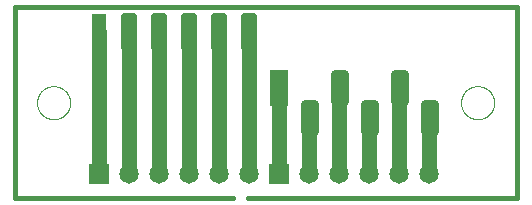
<source format=gtl>
G75*
%MOIN*%
%OFA0B0*%
%FSLAX25Y25*%
%IPPOS*%
%LPD*%
%AMOC8*
5,1,8,0,0,1.08239X$1,22.5*
%
%ADD10C,0.01600*%
%ADD11C,0.00000*%
%ADD12R,0.05000X0.12480*%
%ADD13C,0.02500*%
%ADD14R,0.06500X0.06500*%
%ADD15C,0.06500*%
%ADD16C,0.03000*%
%ADD17R,0.06000X0.12000*%
%ADD18C,0.05000*%
D10*
X0001800Y0033343D02*
X0074300Y0033343D01*
X0079550Y0033343D02*
X0169050Y0033343D01*
X0169050Y0096843D01*
X0001800Y0096843D01*
X0001800Y0033343D01*
D11*
X0009117Y0065000D02*
X0009119Y0065148D01*
X0009125Y0065296D01*
X0009135Y0065444D01*
X0009149Y0065591D01*
X0009167Y0065738D01*
X0009188Y0065884D01*
X0009214Y0066030D01*
X0009244Y0066175D01*
X0009277Y0066319D01*
X0009315Y0066462D01*
X0009356Y0066604D01*
X0009401Y0066745D01*
X0009449Y0066885D01*
X0009502Y0067024D01*
X0009558Y0067161D01*
X0009618Y0067296D01*
X0009681Y0067430D01*
X0009748Y0067562D01*
X0009819Y0067692D01*
X0009893Y0067820D01*
X0009970Y0067946D01*
X0010051Y0068070D01*
X0010135Y0068192D01*
X0010222Y0068311D01*
X0010313Y0068428D01*
X0010407Y0068543D01*
X0010503Y0068655D01*
X0010603Y0068765D01*
X0010705Y0068871D01*
X0010811Y0068975D01*
X0010919Y0069076D01*
X0011030Y0069174D01*
X0011143Y0069270D01*
X0011259Y0069362D01*
X0011377Y0069451D01*
X0011498Y0069536D01*
X0011621Y0069619D01*
X0011746Y0069698D01*
X0011873Y0069774D01*
X0012002Y0069846D01*
X0012133Y0069915D01*
X0012266Y0069980D01*
X0012401Y0070041D01*
X0012537Y0070099D01*
X0012674Y0070154D01*
X0012813Y0070204D01*
X0012954Y0070251D01*
X0013095Y0070294D01*
X0013238Y0070334D01*
X0013382Y0070369D01*
X0013526Y0070401D01*
X0013672Y0070428D01*
X0013818Y0070452D01*
X0013965Y0070472D01*
X0014112Y0070488D01*
X0014259Y0070500D01*
X0014407Y0070508D01*
X0014555Y0070512D01*
X0014703Y0070512D01*
X0014851Y0070508D01*
X0014999Y0070500D01*
X0015146Y0070488D01*
X0015293Y0070472D01*
X0015440Y0070452D01*
X0015586Y0070428D01*
X0015732Y0070401D01*
X0015876Y0070369D01*
X0016020Y0070334D01*
X0016163Y0070294D01*
X0016304Y0070251D01*
X0016445Y0070204D01*
X0016584Y0070154D01*
X0016721Y0070099D01*
X0016857Y0070041D01*
X0016992Y0069980D01*
X0017125Y0069915D01*
X0017256Y0069846D01*
X0017385Y0069774D01*
X0017512Y0069698D01*
X0017637Y0069619D01*
X0017760Y0069536D01*
X0017881Y0069451D01*
X0017999Y0069362D01*
X0018115Y0069270D01*
X0018228Y0069174D01*
X0018339Y0069076D01*
X0018447Y0068975D01*
X0018553Y0068871D01*
X0018655Y0068765D01*
X0018755Y0068655D01*
X0018851Y0068543D01*
X0018945Y0068428D01*
X0019036Y0068311D01*
X0019123Y0068192D01*
X0019207Y0068070D01*
X0019288Y0067946D01*
X0019365Y0067820D01*
X0019439Y0067692D01*
X0019510Y0067562D01*
X0019577Y0067430D01*
X0019640Y0067296D01*
X0019700Y0067161D01*
X0019756Y0067024D01*
X0019809Y0066885D01*
X0019857Y0066745D01*
X0019902Y0066604D01*
X0019943Y0066462D01*
X0019981Y0066319D01*
X0020014Y0066175D01*
X0020044Y0066030D01*
X0020070Y0065884D01*
X0020091Y0065738D01*
X0020109Y0065591D01*
X0020123Y0065444D01*
X0020133Y0065296D01*
X0020139Y0065148D01*
X0020141Y0065000D01*
X0020139Y0064852D01*
X0020133Y0064704D01*
X0020123Y0064556D01*
X0020109Y0064409D01*
X0020091Y0064262D01*
X0020070Y0064116D01*
X0020044Y0063970D01*
X0020014Y0063825D01*
X0019981Y0063681D01*
X0019943Y0063538D01*
X0019902Y0063396D01*
X0019857Y0063255D01*
X0019809Y0063115D01*
X0019756Y0062976D01*
X0019700Y0062839D01*
X0019640Y0062704D01*
X0019577Y0062570D01*
X0019510Y0062438D01*
X0019439Y0062308D01*
X0019365Y0062180D01*
X0019288Y0062054D01*
X0019207Y0061930D01*
X0019123Y0061808D01*
X0019036Y0061689D01*
X0018945Y0061572D01*
X0018851Y0061457D01*
X0018755Y0061345D01*
X0018655Y0061235D01*
X0018553Y0061129D01*
X0018447Y0061025D01*
X0018339Y0060924D01*
X0018228Y0060826D01*
X0018115Y0060730D01*
X0017999Y0060638D01*
X0017881Y0060549D01*
X0017760Y0060464D01*
X0017637Y0060381D01*
X0017512Y0060302D01*
X0017385Y0060226D01*
X0017256Y0060154D01*
X0017125Y0060085D01*
X0016992Y0060020D01*
X0016857Y0059959D01*
X0016721Y0059901D01*
X0016584Y0059846D01*
X0016445Y0059796D01*
X0016304Y0059749D01*
X0016163Y0059706D01*
X0016020Y0059666D01*
X0015876Y0059631D01*
X0015732Y0059599D01*
X0015586Y0059572D01*
X0015440Y0059548D01*
X0015293Y0059528D01*
X0015146Y0059512D01*
X0014999Y0059500D01*
X0014851Y0059492D01*
X0014703Y0059488D01*
X0014555Y0059488D01*
X0014407Y0059492D01*
X0014259Y0059500D01*
X0014112Y0059512D01*
X0013965Y0059528D01*
X0013818Y0059548D01*
X0013672Y0059572D01*
X0013526Y0059599D01*
X0013382Y0059631D01*
X0013238Y0059666D01*
X0013095Y0059706D01*
X0012954Y0059749D01*
X0012813Y0059796D01*
X0012674Y0059846D01*
X0012537Y0059901D01*
X0012401Y0059959D01*
X0012266Y0060020D01*
X0012133Y0060085D01*
X0012002Y0060154D01*
X0011873Y0060226D01*
X0011746Y0060302D01*
X0011621Y0060381D01*
X0011498Y0060464D01*
X0011377Y0060549D01*
X0011259Y0060638D01*
X0011143Y0060730D01*
X0011030Y0060826D01*
X0010919Y0060924D01*
X0010811Y0061025D01*
X0010705Y0061129D01*
X0010603Y0061235D01*
X0010503Y0061345D01*
X0010407Y0061457D01*
X0010313Y0061572D01*
X0010222Y0061689D01*
X0010135Y0061808D01*
X0010051Y0061930D01*
X0009970Y0062054D01*
X0009893Y0062180D01*
X0009819Y0062308D01*
X0009748Y0062438D01*
X0009681Y0062570D01*
X0009618Y0062704D01*
X0009558Y0062839D01*
X0009502Y0062976D01*
X0009449Y0063115D01*
X0009401Y0063255D01*
X0009356Y0063396D01*
X0009315Y0063538D01*
X0009277Y0063681D01*
X0009244Y0063825D01*
X0009214Y0063970D01*
X0009188Y0064116D01*
X0009167Y0064262D01*
X0009149Y0064409D01*
X0009135Y0064556D01*
X0009125Y0064704D01*
X0009119Y0064852D01*
X0009117Y0065000D01*
X0150455Y0065008D02*
X0150457Y0065156D01*
X0150463Y0065304D01*
X0150473Y0065452D01*
X0150487Y0065599D01*
X0150505Y0065746D01*
X0150526Y0065892D01*
X0150552Y0066038D01*
X0150582Y0066183D01*
X0150615Y0066327D01*
X0150653Y0066470D01*
X0150694Y0066612D01*
X0150739Y0066753D01*
X0150787Y0066893D01*
X0150840Y0067032D01*
X0150896Y0067169D01*
X0150956Y0067304D01*
X0151019Y0067438D01*
X0151086Y0067570D01*
X0151157Y0067700D01*
X0151231Y0067828D01*
X0151308Y0067954D01*
X0151389Y0068078D01*
X0151473Y0068200D01*
X0151560Y0068319D01*
X0151651Y0068436D01*
X0151745Y0068551D01*
X0151841Y0068663D01*
X0151941Y0068773D01*
X0152043Y0068879D01*
X0152149Y0068983D01*
X0152257Y0069084D01*
X0152368Y0069182D01*
X0152481Y0069278D01*
X0152597Y0069370D01*
X0152715Y0069459D01*
X0152836Y0069544D01*
X0152959Y0069627D01*
X0153084Y0069706D01*
X0153211Y0069782D01*
X0153340Y0069854D01*
X0153471Y0069923D01*
X0153604Y0069988D01*
X0153739Y0070049D01*
X0153875Y0070107D01*
X0154012Y0070162D01*
X0154151Y0070212D01*
X0154292Y0070259D01*
X0154433Y0070302D01*
X0154576Y0070342D01*
X0154720Y0070377D01*
X0154864Y0070409D01*
X0155010Y0070436D01*
X0155156Y0070460D01*
X0155303Y0070480D01*
X0155450Y0070496D01*
X0155597Y0070508D01*
X0155745Y0070516D01*
X0155893Y0070520D01*
X0156041Y0070520D01*
X0156189Y0070516D01*
X0156337Y0070508D01*
X0156484Y0070496D01*
X0156631Y0070480D01*
X0156778Y0070460D01*
X0156924Y0070436D01*
X0157070Y0070409D01*
X0157214Y0070377D01*
X0157358Y0070342D01*
X0157501Y0070302D01*
X0157642Y0070259D01*
X0157783Y0070212D01*
X0157922Y0070162D01*
X0158059Y0070107D01*
X0158195Y0070049D01*
X0158330Y0069988D01*
X0158463Y0069923D01*
X0158594Y0069854D01*
X0158723Y0069782D01*
X0158850Y0069706D01*
X0158975Y0069627D01*
X0159098Y0069544D01*
X0159219Y0069459D01*
X0159337Y0069370D01*
X0159453Y0069278D01*
X0159566Y0069182D01*
X0159677Y0069084D01*
X0159785Y0068983D01*
X0159891Y0068879D01*
X0159993Y0068773D01*
X0160093Y0068663D01*
X0160189Y0068551D01*
X0160283Y0068436D01*
X0160374Y0068319D01*
X0160461Y0068200D01*
X0160545Y0068078D01*
X0160626Y0067954D01*
X0160703Y0067828D01*
X0160777Y0067700D01*
X0160848Y0067570D01*
X0160915Y0067438D01*
X0160978Y0067304D01*
X0161038Y0067169D01*
X0161094Y0067032D01*
X0161147Y0066893D01*
X0161195Y0066753D01*
X0161240Y0066612D01*
X0161281Y0066470D01*
X0161319Y0066327D01*
X0161352Y0066183D01*
X0161382Y0066038D01*
X0161408Y0065892D01*
X0161429Y0065746D01*
X0161447Y0065599D01*
X0161461Y0065452D01*
X0161471Y0065304D01*
X0161477Y0065156D01*
X0161479Y0065008D01*
X0161477Y0064860D01*
X0161471Y0064712D01*
X0161461Y0064564D01*
X0161447Y0064417D01*
X0161429Y0064270D01*
X0161408Y0064124D01*
X0161382Y0063978D01*
X0161352Y0063833D01*
X0161319Y0063689D01*
X0161281Y0063546D01*
X0161240Y0063404D01*
X0161195Y0063263D01*
X0161147Y0063123D01*
X0161094Y0062984D01*
X0161038Y0062847D01*
X0160978Y0062712D01*
X0160915Y0062578D01*
X0160848Y0062446D01*
X0160777Y0062316D01*
X0160703Y0062188D01*
X0160626Y0062062D01*
X0160545Y0061938D01*
X0160461Y0061816D01*
X0160374Y0061697D01*
X0160283Y0061580D01*
X0160189Y0061465D01*
X0160093Y0061353D01*
X0159993Y0061243D01*
X0159891Y0061137D01*
X0159785Y0061033D01*
X0159677Y0060932D01*
X0159566Y0060834D01*
X0159453Y0060738D01*
X0159337Y0060646D01*
X0159219Y0060557D01*
X0159098Y0060472D01*
X0158975Y0060389D01*
X0158850Y0060310D01*
X0158723Y0060234D01*
X0158594Y0060162D01*
X0158463Y0060093D01*
X0158330Y0060028D01*
X0158195Y0059967D01*
X0158059Y0059909D01*
X0157922Y0059854D01*
X0157783Y0059804D01*
X0157642Y0059757D01*
X0157501Y0059714D01*
X0157358Y0059674D01*
X0157214Y0059639D01*
X0157070Y0059607D01*
X0156924Y0059580D01*
X0156778Y0059556D01*
X0156631Y0059536D01*
X0156484Y0059520D01*
X0156337Y0059508D01*
X0156189Y0059500D01*
X0156041Y0059496D01*
X0155893Y0059496D01*
X0155745Y0059500D01*
X0155597Y0059508D01*
X0155450Y0059520D01*
X0155303Y0059536D01*
X0155156Y0059556D01*
X0155010Y0059580D01*
X0154864Y0059607D01*
X0154720Y0059639D01*
X0154576Y0059674D01*
X0154433Y0059714D01*
X0154292Y0059757D01*
X0154151Y0059804D01*
X0154012Y0059854D01*
X0153875Y0059909D01*
X0153739Y0059967D01*
X0153604Y0060028D01*
X0153471Y0060093D01*
X0153340Y0060162D01*
X0153211Y0060234D01*
X0153084Y0060310D01*
X0152959Y0060389D01*
X0152836Y0060472D01*
X0152715Y0060557D01*
X0152597Y0060646D01*
X0152481Y0060738D01*
X0152368Y0060834D01*
X0152257Y0060932D01*
X0152149Y0061033D01*
X0152043Y0061137D01*
X0151941Y0061243D01*
X0151841Y0061353D01*
X0151745Y0061465D01*
X0151651Y0061580D01*
X0151560Y0061697D01*
X0151473Y0061816D01*
X0151389Y0061938D01*
X0151308Y0062062D01*
X0151231Y0062188D01*
X0151157Y0062316D01*
X0151086Y0062446D01*
X0151019Y0062578D01*
X0150956Y0062712D01*
X0150896Y0062847D01*
X0150840Y0062984D01*
X0150787Y0063123D01*
X0150739Y0063263D01*
X0150694Y0063404D01*
X0150653Y0063546D01*
X0150615Y0063689D01*
X0150582Y0063833D01*
X0150552Y0063978D01*
X0150526Y0064124D01*
X0150505Y0064270D01*
X0150487Y0064417D01*
X0150473Y0064564D01*
X0150463Y0064712D01*
X0150457Y0064860D01*
X0150455Y0065008D01*
D12*
X0029800Y0088593D03*
D13*
X0041050Y0093583D02*
X0041050Y0083603D01*
X0038550Y0083603D01*
X0038550Y0093583D01*
X0041050Y0093583D01*
X0041050Y0086102D02*
X0038550Y0086102D01*
X0038550Y0088601D02*
X0041050Y0088601D01*
X0041050Y0091100D02*
X0038550Y0091100D01*
X0051050Y0093583D02*
X0051050Y0083603D01*
X0048550Y0083603D01*
X0048550Y0093583D01*
X0051050Y0093583D01*
X0051050Y0086102D02*
X0048550Y0086102D01*
X0048550Y0088601D02*
X0051050Y0088601D01*
X0051050Y0091100D02*
X0048550Y0091100D01*
X0061050Y0093583D02*
X0061050Y0083603D01*
X0058550Y0083603D01*
X0058550Y0093583D01*
X0061050Y0093583D01*
X0061050Y0086102D02*
X0058550Y0086102D01*
X0058550Y0088601D02*
X0061050Y0088601D01*
X0061050Y0091100D02*
X0058550Y0091100D01*
X0071050Y0093583D02*
X0071050Y0083603D01*
X0068550Y0083603D01*
X0068550Y0093583D01*
X0071050Y0093583D01*
X0071050Y0086102D02*
X0068550Y0086102D01*
X0068550Y0088601D02*
X0071050Y0088601D01*
X0071050Y0091100D02*
X0068550Y0091100D01*
X0081050Y0093583D02*
X0081050Y0083603D01*
X0078550Y0083603D01*
X0078550Y0093583D01*
X0081050Y0093583D01*
X0081050Y0086102D02*
X0078550Y0086102D01*
X0078550Y0088601D02*
X0081050Y0088601D01*
X0081050Y0091100D02*
X0078550Y0091100D01*
D14*
X0089800Y0041093D03*
X0029800Y0041093D03*
D15*
X0039800Y0041093D03*
X0049800Y0041093D03*
X0059800Y0041093D03*
X0069800Y0041093D03*
X0079800Y0041093D03*
X0099800Y0041093D03*
X0109800Y0041093D03*
X0119800Y0041093D03*
X0129800Y0041093D03*
X0139800Y0041093D03*
D16*
X0141300Y0055508D02*
X0141300Y0064508D01*
X0141300Y0055508D02*
X0138300Y0055508D01*
X0138300Y0064508D01*
X0141300Y0064508D01*
X0141300Y0058507D02*
X0138300Y0058507D01*
X0138300Y0061506D02*
X0141300Y0061506D01*
X0141300Y0064505D02*
X0138300Y0064505D01*
X0131300Y0065508D02*
X0131300Y0074508D01*
X0131300Y0065508D02*
X0128300Y0065508D01*
X0128300Y0074508D01*
X0131300Y0074508D01*
X0131300Y0068507D02*
X0128300Y0068507D01*
X0128300Y0071506D02*
X0131300Y0071506D01*
X0131300Y0074505D02*
X0128300Y0074505D01*
X0121300Y0064508D02*
X0121300Y0055508D01*
X0118300Y0055508D01*
X0118300Y0064508D01*
X0121300Y0064508D01*
X0121300Y0058507D02*
X0118300Y0058507D01*
X0118300Y0061506D02*
X0121300Y0061506D01*
X0121300Y0064505D02*
X0118300Y0064505D01*
X0111300Y0065508D02*
X0111300Y0074508D01*
X0111300Y0065508D02*
X0108300Y0065508D01*
X0108300Y0074508D01*
X0111300Y0074508D01*
X0111300Y0068507D02*
X0108300Y0068507D01*
X0108300Y0071506D02*
X0111300Y0071506D01*
X0111300Y0074505D02*
X0108300Y0074505D01*
X0101300Y0064508D02*
X0101300Y0055508D01*
X0098300Y0055508D01*
X0098300Y0064508D01*
X0101300Y0064508D01*
X0101300Y0058507D02*
X0098300Y0058507D01*
X0098300Y0061506D02*
X0101300Y0061506D01*
X0101300Y0064505D02*
X0098300Y0064505D01*
D17*
X0089800Y0070008D03*
D18*
X0089800Y0041093D01*
X0079800Y0041093D02*
X0079800Y0088593D01*
X0069800Y0088593D02*
X0069800Y0041093D01*
X0059800Y0041093D02*
X0059800Y0088593D01*
X0049800Y0088593D02*
X0049800Y0041093D01*
X0039800Y0041093D02*
X0039800Y0088593D01*
X0029800Y0088593D02*
X0029800Y0041093D01*
X0099800Y0041093D02*
X0099800Y0060008D01*
X0109800Y0070008D02*
X0109800Y0041093D01*
X0119800Y0041093D02*
X0119800Y0060008D01*
X0129800Y0070008D02*
X0129800Y0041093D01*
X0139800Y0041093D02*
X0139800Y0060008D01*
M02*

</source>
